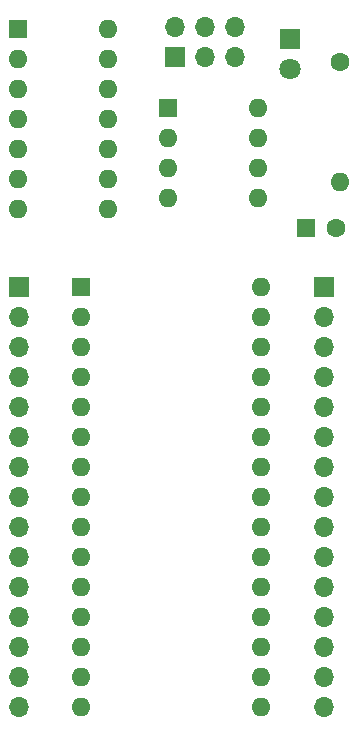
<source format=gbr>
%TF.GenerationSoftware,KiCad,Pcbnew,8.0.7*%
%TF.CreationDate,2025-01-29T15:55:01-08:00*%
%TF.ProjectId,Attiny2x4x8x Programmers,41747469-6e79-4327-9834-783878205072,rev?*%
%TF.SameCoordinates,Original*%
%TF.FileFunction,Soldermask,Bot*%
%TF.FilePolarity,Negative*%
%FSLAX46Y46*%
G04 Gerber Fmt 4.6, Leading zero omitted, Abs format (unit mm)*
G04 Created by KiCad (PCBNEW 8.0.7) date 2025-01-29 15:55:01*
%MOMM*%
%LPD*%
G01*
G04 APERTURE LIST*
%ADD10R,1.600000X1.600000*%
%ADD11C,1.600000*%
%ADD12O,1.600000X1.600000*%
%ADD13R,1.700000X1.700000*%
%ADD14O,1.700000X1.700000*%
%ADD15R,1.800000X1.800000*%
%ADD16C,1.800000*%
G04 APERTURE END LIST*
D10*
%TO.C,C1*%
X99100001Y-65000001D03*
D11*
X101600000Y-65000003D03*
%TD*%
D10*
%TO.C,A1*%
X80000000Y-70000000D03*
D12*
X80000000Y-72540000D03*
X80000000Y-75080000D03*
X80000000Y-77620000D03*
X80000000Y-80160000D03*
X80000000Y-82700000D03*
X80000000Y-85240000D03*
X80000000Y-87780000D03*
X80000000Y-90320000D03*
X80000000Y-92860000D03*
X80000000Y-95400000D03*
X80000000Y-97940000D03*
X80000000Y-100480000D03*
X80000000Y-103020000D03*
X80000000Y-105560000D03*
X95240000Y-105560000D03*
X95240000Y-103020000D03*
X95240000Y-100480000D03*
X95240000Y-97940000D03*
X95240000Y-95400000D03*
X95240000Y-92860000D03*
X95240000Y-90320000D03*
X95240000Y-87780000D03*
X95240000Y-85240000D03*
X95240000Y-82700000D03*
X95240000Y-80160000D03*
X95240000Y-77620000D03*
X95240000Y-75080000D03*
X95240000Y-72540000D03*
X95240000Y-70000000D03*
%TD*%
D13*
%TO.C,J1*%
X74800000Y-70000000D03*
D14*
X74800000Y-72540000D03*
X74800000Y-75080000D03*
X74800000Y-77620000D03*
X74800000Y-80160000D03*
X74800000Y-82700000D03*
X74800000Y-85240000D03*
X74800000Y-87780000D03*
X74800000Y-90320000D03*
X74800000Y-92860000D03*
X74800000Y-95400000D03*
X74800000Y-97940000D03*
X74800000Y-100480000D03*
X74800000Y-103020000D03*
X74800000Y-105560000D03*
%TD*%
D13*
%TO.C,J2*%
X100600000Y-70000000D03*
D14*
X100600000Y-72540000D03*
X100600000Y-75080000D03*
X100600000Y-77620000D03*
X100600000Y-80160000D03*
X100600000Y-82700000D03*
X100600000Y-85240000D03*
X100600000Y-87780000D03*
X100600000Y-90320000D03*
X100600000Y-92860000D03*
X100600000Y-95400000D03*
X100600000Y-97940000D03*
X100600000Y-100480000D03*
X100600000Y-103020000D03*
X100600000Y-105560000D03*
%TD*%
D13*
%TO.C,J3*%
X88020000Y-50500000D03*
D14*
X88020000Y-47960000D03*
X90560000Y-50500000D03*
X90560000Y-47960000D03*
X93100000Y-50500000D03*
X93100000Y-47960000D03*
%TD*%
D12*
%TO.C,U2*%
X95020004Y-54800002D03*
X95019997Y-57340000D03*
X95019998Y-59879994D03*
X95019995Y-62419999D03*
X87399998Y-62420004D03*
X87400002Y-59880001D03*
X87400000Y-57340001D03*
D10*
X87400000Y-54800000D03*
%TD*%
D15*
%TO.C,D1*%
X97700000Y-49000000D03*
D16*
X97700000Y-51540000D03*
%TD*%
D12*
%TO.C,R1*%
X101999997Y-61079998D03*
D11*
X101999997Y-50919998D03*
%TD*%
D12*
%TO.C,U1*%
X82320000Y-48160000D03*
X82320000Y-50700000D03*
X82320000Y-53240000D03*
X82320000Y-55780000D03*
X82320000Y-58320000D03*
X82320000Y-60860000D03*
X82320000Y-63400000D03*
X74700000Y-63400000D03*
X74700000Y-60860000D03*
X74700000Y-58320000D03*
X74700000Y-55780000D03*
X74700000Y-53240000D03*
X74700000Y-50700000D03*
D10*
X74700000Y-48160000D03*
%TD*%
M02*

</source>
